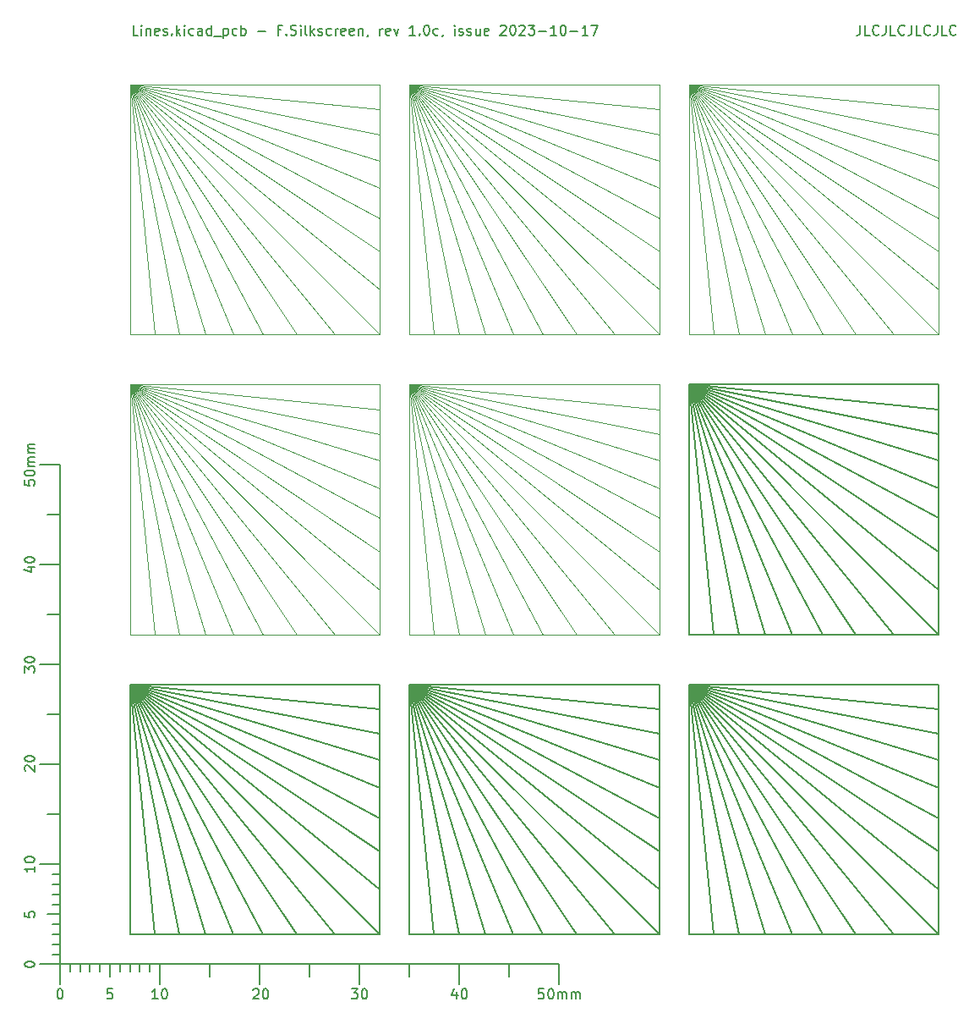
<source format=gto>
G04 #@! TF.GenerationSoftware,KiCad,Pcbnew,7.0.8*
G04 #@! TF.CreationDate,2023-10-17T14:22:15+02:00*
G04 #@! TF.ProjectId,Lines,4c696e65-732e-46b6-9963-61645f706362,1.0c*
G04 #@! TF.SameCoordinates,Original*
G04 #@! TF.FileFunction,Legend,Top*
G04 #@! TF.FilePolarity,Positive*
%FSLAX46Y46*%
G04 Gerber Fmt 4.6, Leading zero omitted, Abs format (unit mm)*
G04 Created by KiCad (PCBNEW 7.0.8) date 2023-10-17 14:22:15*
%MOMM*%
%LPD*%
G01*
G04 APERTURE LIST*
%ADD10C,0.150000*%
%ADD11C,0.100000*%
%ADD12C,0.110000*%
%ADD13C,0.135000*%
%ADD14C,0.190000*%
%ADD15C,0.080000*%
%ADD16C,0.120000*%
%ADD17C,0.090000*%
%ADD18C,0.170000*%
%ADD19C,3.200000*%
G04 APERTURE END LIST*
D10*
X64147969Y-38234819D02*
X63671779Y-38234819D01*
X63671779Y-38234819D02*
X63671779Y-37234819D01*
X64481303Y-38234819D02*
X64481303Y-37568152D01*
X64481303Y-37234819D02*
X64433684Y-37282438D01*
X64433684Y-37282438D02*
X64481303Y-37330057D01*
X64481303Y-37330057D02*
X64528922Y-37282438D01*
X64528922Y-37282438D02*
X64481303Y-37234819D01*
X64481303Y-37234819D02*
X64481303Y-37330057D01*
X64957493Y-37568152D02*
X64957493Y-38234819D01*
X64957493Y-37663390D02*
X65005112Y-37615771D01*
X65005112Y-37615771D02*
X65100350Y-37568152D01*
X65100350Y-37568152D02*
X65243207Y-37568152D01*
X65243207Y-37568152D02*
X65338445Y-37615771D01*
X65338445Y-37615771D02*
X65386064Y-37711009D01*
X65386064Y-37711009D02*
X65386064Y-38234819D01*
X66243207Y-38187200D02*
X66147969Y-38234819D01*
X66147969Y-38234819D02*
X65957493Y-38234819D01*
X65957493Y-38234819D02*
X65862255Y-38187200D01*
X65862255Y-38187200D02*
X65814636Y-38091961D01*
X65814636Y-38091961D02*
X65814636Y-37711009D01*
X65814636Y-37711009D02*
X65862255Y-37615771D01*
X65862255Y-37615771D02*
X65957493Y-37568152D01*
X65957493Y-37568152D02*
X66147969Y-37568152D01*
X66147969Y-37568152D02*
X66243207Y-37615771D01*
X66243207Y-37615771D02*
X66290826Y-37711009D01*
X66290826Y-37711009D02*
X66290826Y-37806247D01*
X66290826Y-37806247D02*
X65814636Y-37901485D01*
X66671779Y-38187200D02*
X66767017Y-38234819D01*
X66767017Y-38234819D02*
X66957493Y-38234819D01*
X66957493Y-38234819D02*
X67052731Y-38187200D01*
X67052731Y-38187200D02*
X67100350Y-38091961D01*
X67100350Y-38091961D02*
X67100350Y-38044342D01*
X67100350Y-38044342D02*
X67052731Y-37949104D01*
X67052731Y-37949104D02*
X66957493Y-37901485D01*
X66957493Y-37901485D02*
X66814636Y-37901485D01*
X66814636Y-37901485D02*
X66719398Y-37853866D01*
X66719398Y-37853866D02*
X66671779Y-37758628D01*
X66671779Y-37758628D02*
X66671779Y-37711009D01*
X66671779Y-37711009D02*
X66719398Y-37615771D01*
X66719398Y-37615771D02*
X66814636Y-37568152D01*
X66814636Y-37568152D02*
X66957493Y-37568152D01*
X66957493Y-37568152D02*
X67052731Y-37615771D01*
X67528922Y-38139580D02*
X67576541Y-38187200D01*
X67576541Y-38187200D02*
X67528922Y-38234819D01*
X67528922Y-38234819D02*
X67481303Y-38187200D01*
X67481303Y-38187200D02*
X67528922Y-38139580D01*
X67528922Y-38139580D02*
X67528922Y-38234819D01*
X68005112Y-38234819D02*
X68005112Y-37234819D01*
X68100350Y-37853866D02*
X68386064Y-38234819D01*
X68386064Y-37568152D02*
X68005112Y-37949104D01*
X68814636Y-38234819D02*
X68814636Y-37568152D01*
X68814636Y-37234819D02*
X68767017Y-37282438D01*
X68767017Y-37282438D02*
X68814636Y-37330057D01*
X68814636Y-37330057D02*
X68862255Y-37282438D01*
X68862255Y-37282438D02*
X68814636Y-37234819D01*
X68814636Y-37234819D02*
X68814636Y-37330057D01*
X69719397Y-38187200D02*
X69624159Y-38234819D01*
X69624159Y-38234819D02*
X69433683Y-38234819D01*
X69433683Y-38234819D02*
X69338445Y-38187200D01*
X69338445Y-38187200D02*
X69290826Y-38139580D01*
X69290826Y-38139580D02*
X69243207Y-38044342D01*
X69243207Y-38044342D02*
X69243207Y-37758628D01*
X69243207Y-37758628D02*
X69290826Y-37663390D01*
X69290826Y-37663390D02*
X69338445Y-37615771D01*
X69338445Y-37615771D02*
X69433683Y-37568152D01*
X69433683Y-37568152D02*
X69624159Y-37568152D01*
X69624159Y-37568152D02*
X69719397Y-37615771D01*
X70576540Y-38234819D02*
X70576540Y-37711009D01*
X70576540Y-37711009D02*
X70528921Y-37615771D01*
X70528921Y-37615771D02*
X70433683Y-37568152D01*
X70433683Y-37568152D02*
X70243207Y-37568152D01*
X70243207Y-37568152D02*
X70147969Y-37615771D01*
X70576540Y-38187200D02*
X70481302Y-38234819D01*
X70481302Y-38234819D02*
X70243207Y-38234819D01*
X70243207Y-38234819D02*
X70147969Y-38187200D01*
X70147969Y-38187200D02*
X70100350Y-38091961D01*
X70100350Y-38091961D02*
X70100350Y-37996723D01*
X70100350Y-37996723D02*
X70147969Y-37901485D01*
X70147969Y-37901485D02*
X70243207Y-37853866D01*
X70243207Y-37853866D02*
X70481302Y-37853866D01*
X70481302Y-37853866D02*
X70576540Y-37806247D01*
X71481302Y-38234819D02*
X71481302Y-37234819D01*
X71481302Y-38187200D02*
X71386064Y-38234819D01*
X71386064Y-38234819D02*
X71195588Y-38234819D01*
X71195588Y-38234819D02*
X71100350Y-38187200D01*
X71100350Y-38187200D02*
X71052731Y-38139580D01*
X71052731Y-38139580D02*
X71005112Y-38044342D01*
X71005112Y-38044342D02*
X71005112Y-37758628D01*
X71005112Y-37758628D02*
X71052731Y-37663390D01*
X71052731Y-37663390D02*
X71100350Y-37615771D01*
X71100350Y-37615771D02*
X71195588Y-37568152D01*
X71195588Y-37568152D02*
X71386064Y-37568152D01*
X71386064Y-37568152D02*
X71481302Y-37615771D01*
X71719398Y-38330057D02*
X72481302Y-38330057D01*
X72719398Y-37568152D02*
X72719398Y-38568152D01*
X72719398Y-37615771D02*
X72814636Y-37568152D01*
X72814636Y-37568152D02*
X73005112Y-37568152D01*
X73005112Y-37568152D02*
X73100350Y-37615771D01*
X73100350Y-37615771D02*
X73147969Y-37663390D01*
X73147969Y-37663390D02*
X73195588Y-37758628D01*
X73195588Y-37758628D02*
X73195588Y-38044342D01*
X73195588Y-38044342D02*
X73147969Y-38139580D01*
X73147969Y-38139580D02*
X73100350Y-38187200D01*
X73100350Y-38187200D02*
X73005112Y-38234819D01*
X73005112Y-38234819D02*
X72814636Y-38234819D01*
X72814636Y-38234819D02*
X72719398Y-38187200D01*
X74052731Y-38187200D02*
X73957493Y-38234819D01*
X73957493Y-38234819D02*
X73767017Y-38234819D01*
X73767017Y-38234819D02*
X73671779Y-38187200D01*
X73671779Y-38187200D02*
X73624160Y-38139580D01*
X73624160Y-38139580D02*
X73576541Y-38044342D01*
X73576541Y-38044342D02*
X73576541Y-37758628D01*
X73576541Y-37758628D02*
X73624160Y-37663390D01*
X73624160Y-37663390D02*
X73671779Y-37615771D01*
X73671779Y-37615771D02*
X73767017Y-37568152D01*
X73767017Y-37568152D02*
X73957493Y-37568152D01*
X73957493Y-37568152D02*
X74052731Y-37615771D01*
X74481303Y-38234819D02*
X74481303Y-37234819D01*
X74481303Y-37615771D02*
X74576541Y-37568152D01*
X74576541Y-37568152D02*
X74767017Y-37568152D01*
X74767017Y-37568152D02*
X74862255Y-37615771D01*
X74862255Y-37615771D02*
X74909874Y-37663390D01*
X74909874Y-37663390D02*
X74957493Y-37758628D01*
X74957493Y-37758628D02*
X74957493Y-38044342D01*
X74957493Y-38044342D02*
X74909874Y-38139580D01*
X74909874Y-38139580D02*
X74862255Y-38187200D01*
X74862255Y-38187200D02*
X74767017Y-38234819D01*
X74767017Y-38234819D02*
X74576541Y-38234819D01*
X74576541Y-38234819D02*
X74481303Y-38187200D01*
X76147970Y-37853866D02*
X76909875Y-37853866D01*
X78481303Y-37711009D02*
X78147970Y-37711009D01*
X78147970Y-38234819D02*
X78147970Y-37234819D01*
X78147970Y-37234819D02*
X78624160Y-37234819D01*
X79005113Y-38139580D02*
X79052732Y-38187200D01*
X79052732Y-38187200D02*
X79005113Y-38234819D01*
X79005113Y-38234819D02*
X78957494Y-38187200D01*
X78957494Y-38187200D02*
X79005113Y-38139580D01*
X79005113Y-38139580D02*
X79005113Y-38234819D01*
X79433684Y-38187200D02*
X79576541Y-38234819D01*
X79576541Y-38234819D02*
X79814636Y-38234819D01*
X79814636Y-38234819D02*
X79909874Y-38187200D01*
X79909874Y-38187200D02*
X79957493Y-38139580D01*
X79957493Y-38139580D02*
X80005112Y-38044342D01*
X80005112Y-38044342D02*
X80005112Y-37949104D01*
X80005112Y-37949104D02*
X79957493Y-37853866D01*
X79957493Y-37853866D02*
X79909874Y-37806247D01*
X79909874Y-37806247D02*
X79814636Y-37758628D01*
X79814636Y-37758628D02*
X79624160Y-37711009D01*
X79624160Y-37711009D02*
X79528922Y-37663390D01*
X79528922Y-37663390D02*
X79481303Y-37615771D01*
X79481303Y-37615771D02*
X79433684Y-37520533D01*
X79433684Y-37520533D02*
X79433684Y-37425295D01*
X79433684Y-37425295D02*
X79481303Y-37330057D01*
X79481303Y-37330057D02*
X79528922Y-37282438D01*
X79528922Y-37282438D02*
X79624160Y-37234819D01*
X79624160Y-37234819D02*
X79862255Y-37234819D01*
X79862255Y-37234819D02*
X80005112Y-37282438D01*
X80433684Y-38234819D02*
X80433684Y-37568152D01*
X80433684Y-37234819D02*
X80386065Y-37282438D01*
X80386065Y-37282438D02*
X80433684Y-37330057D01*
X80433684Y-37330057D02*
X80481303Y-37282438D01*
X80481303Y-37282438D02*
X80433684Y-37234819D01*
X80433684Y-37234819D02*
X80433684Y-37330057D01*
X81052731Y-38234819D02*
X80957493Y-38187200D01*
X80957493Y-38187200D02*
X80909874Y-38091961D01*
X80909874Y-38091961D02*
X80909874Y-37234819D01*
X81433684Y-38234819D02*
X81433684Y-37234819D01*
X81528922Y-37853866D02*
X81814636Y-38234819D01*
X81814636Y-37568152D02*
X81433684Y-37949104D01*
X82195589Y-38187200D02*
X82290827Y-38234819D01*
X82290827Y-38234819D02*
X82481303Y-38234819D01*
X82481303Y-38234819D02*
X82576541Y-38187200D01*
X82576541Y-38187200D02*
X82624160Y-38091961D01*
X82624160Y-38091961D02*
X82624160Y-38044342D01*
X82624160Y-38044342D02*
X82576541Y-37949104D01*
X82576541Y-37949104D02*
X82481303Y-37901485D01*
X82481303Y-37901485D02*
X82338446Y-37901485D01*
X82338446Y-37901485D02*
X82243208Y-37853866D01*
X82243208Y-37853866D02*
X82195589Y-37758628D01*
X82195589Y-37758628D02*
X82195589Y-37711009D01*
X82195589Y-37711009D02*
X82243208Y-37615771D01*
X82243208Y-37615771D02*
X82338446Y-37568152D01*
X82338446Y-37568152D02*
X82481303Y-37568152D01*
X82481303Y-37568152D02*
X82576541Y-37615771D01*
X83481303Y-38187200D02*
X83386065Y-38234819D01*
X83386065Y-38234819D02*
X83195589Y-38234819D01*
X83195589Y-38234819D02*
X83100351Y-38187200D01*
X83100351Y-38187200D02*
X83052732Y-38139580D01*
X83052732Y-38139580D02*
X83005113Y-38044342D01*
X83005113Y-38044342D02*
X83005113Y-37758628D01*
X83005113Y-37758628D02*
X83052732Y-37663390D01*
X83052732Y-37663390D02*
X83100351Y-37615771D01*
X83100351Y-37615771D02*
X83195589Y-37568152D01*
X83195589Y-37568152D02*
X83386065Y-37568152D01*
X83386065Y-37568152D02*
X83481303Y-37615771D01*
X83909875Y-38234819D02*
X83909875Y-37568152D01*
X83909875Y-37758628D02*
X83957494Y-37663390D01*
X83957494Y-37663390D02*
X84005113Y-37615771D01*
X84005113Y-37615771D02*
X84100351Y-37568152D01*
X84100351Y-37568152D02*
X84195589Y-37568152D01*
X84909875Y-38187200D02*
X84814637Y-38234819D01*
X84814637Y-38234819D02*
X84624161Y-38234819D01*
X84624161Y-38234819D02*
X84528923Y-38187200D01*
X84528923Y-38187200D02*
X84481304Y-38091961D01*
X84481304Y-38091961D02*
X84481304Y-37711009D01*
X84481304Y-37711009D02*
X84528923Y-37615771D01*
X84528923Y-37615771D02*
X84624161Y-37568152D01*
X84624161Y-37568152D02*
X84814637Y-37568152D01*
X84814637Y-37568152D02*
X84909875Y-37615771D01*
X84909875Y-37615771D02*
X84957494Y-37711009D01*
X84957494Y-37711009D02*
X84957494Y-37806247D01*
X84957494Y-37806247D02*
X84481304Y-37901485D01*
X85767018Y-38187200D02*
X85671780Y-38234819D01*
X85671780Y-38234819D02*
X85481304Y-38234819D01*
X85481304Y-38234819D02*
X85386066Y-38187200D01*
X85386066Y-38187200D02*
X85338447Y-38091961D01*
X85338447Y-38091961D02*
X85338447Y-37711009D01*
X85338447Y-37711009D02*
X85386066Y-37615771D01*
X85386066Y-37615771D02*
X85481304Y-37568152D01*
X85481304Y-37568152D02*
X85671780Y-37568152D01*
X85671780Y-37568152D02*
X85767018Y-37615771D01*
X85767018Y-37615771D02*
X85814637Y-37711009D01*
X85814637Y-37711009D02*
X85814637Y-37806247D01*
X85814637Y-37806247D02*
X85338447Y-37901485D01*
X86243209Y-37568152D02*
X86243209Y-38234819D01*
X86243209Y-37663390D02*
X86290828Y-37615771D01*
X86290828Y-37615771D02*
X86386066Y-37568152D01*
X86386066Y-37568152D02*
X86528923Y-37568152D01*
X86528923Y-37568152D02*
X86624161Y-37615771D01*
X86624161Y-37615771D02*
X86671780Y-37711009D01*
X86671780Y-37711009D02*
X86671780Y-38234819D01*
X87195590Y-38187200D02*
X87195590Y-38234819D01*
X87195590Y-38234819D02*
X87147971Y-38330057D01*
X87147971Y-38330057D02*
X87100352Y-38377676D01*
X88386066Y-38234819D02*
X88386066Y-37568152D01*
X88386066Y-37758628D02*
X88433685Y-37663390D01*
X88433685Y-37663390D02*
X88481304Y-37615771D01*
X88481304Y-37615771D02*
X88576542Y-37568152D01*
X88576542Y-37568152D02*
X88671780Y-37568152D01*
X89386066Y-38187200D02*
X89290828Y-38234819D01*
X89290828Y-38234819D02*
X89100352Y-38234819D01*
X89100352Y-38234819D02*
X89005114Y-38187200D01*
X89005114Y-38187200D02*
X88957495Y-38091961D01*
X88957495Y-38091961D02*
X88957495Y-37711009D01*
X88957495Y-37711009D02*
X89005114Y-37615771D01*
X89005114Y-37615771D02*
X89100352Y-37568152D01*
X89100352Y-37568152D02*
X89290828Y-37568152D01*
X89290828Y-37568152D02*
X89386066Y-37615771D01*
X89386066Y-37615771D02*
X89433685Y-37711009D01*
X89433685Y-37711009D02*
X89433685Y-37806247D01*
X89433685Y-37806247D02*
X88957495Y-37901485D01*
X89767019Y-37568152D02*
X90005114Y-38234819D01*
X90005114Y-38234819D02*
X90243209Y-37568152D01*
X91909876Y-38234819D02*
X91338448Y-38234819D01*
X91624162Y-38234819D02*
X91624162Y-37234819D01*
X91624162Y-37234819D02*
X91528924Y-37377676D01*
X91528924Y-37377676D02*
X91433686Y-37472914D01*
X91433686Y-37472914D02*
X91338448Y-37520533D01*
X92338448Y-38139580D02*
X92386067Y-38187200D01*
X92386067Y-38187200D02*
X92338448Y-38234819D01*
X92338448Y-38234819D02*
X92290829Y-38187200D01*
X92290829Y-38187200D02*
X92338448Y-38139580D01*
X92338448Y-38139580D02*
X92338448Y-38234819D01*
X93005114Y-37234819D02*
X93100352Y-37234819D01*
X93100352Y-37234819D02*
X93195590Y-37282438D01*
X93195590Y-37282438D02*
X93243209Y-37330057D01*
X93243209Y-37330057D02*
X93290828Y-37425295D01*
X93290828Y-37425295D02*
X93338447Y-37615771D01*
X93338447Y-37615771D02*
X93338447Y-37853866D01*
X93338447Y-37853866D02*
X93290828Y-38044342D01*
X93290828Y-38044342D02*
X93243209Y-38139580D01*
X93243209Y-38139580D02*
X93195590Y-38187200D01*
X93195590Y-38187200D02*
X93100352Y-38234819D01*
X93100352Y-38234819D02*
X93005114Y-38234819D01*
X93005114Y-38234819D02*
X92909876Y-38187200D01*
X92909876Y-38187200D02*
X92862257Y-38139580D01*
X92862257Y-38139580D02*
X92814638Y-38044342D01*
X92814638Y-38044342D02*
X92767019Y-37853866D01*
X92767019Y-37853866D02*
X92767019Y-37615771D01*
X92767019Y-37615771D02*
X92814638Y-37425295D01*
X92814638Y-37425295D02*
X92862257Y-37330057D01*
X92862257Y-37330057D02*
X92909876Y-37282438D01*
X92909876Y-37282438D02*
X93005114Y-37234819D01*
X94195590Y-38187200D02*
X94100352Y-38234819D01*
X94100352Y-38234819D02*
X93909876Y-38234819D01*
X93909876Y-38234819D02*
X93814638Y-38187200D01*
X93814638Y-38187200D02*
X93767019Y-38139580D01*
X93767019Y-38139580D02*
X93719400Y-38044342D01*
X93719400Y-38044342D02*
X93719400Y-37758628D01*
X93719400Y-37758628D02*
X93767019Y-37663390D01*
X93767019Y-37663390D02*
X93814638Y-37615771D01*
X93814638Y-37615771D02*
X93909876Y-37568152D01*
X93909876Y-37568152D02*
X94100352Y-37568152D01*
X94100352Y-37568152D02*
X94195590Y-37615771D01*
X94671781Y-38187200D02*
X94671781Y-38234819D01*
X94671781Y-38234819D02*
X94624162Y-38330057D01*
X94624162Y-38330057D02*
X94576543Y-38377676D01*
X95862257Y-38234819D02*
X95862257Y-37568152D01*
X95862257Y-37234819D02*
X95814638Y-37282438D01*
X95814638Y-37282438D02*
X95862257Y-37330057D01*
X95862257Y-37330057D02*
X95909876Y-37282438D01*
X95909876Y-37282438D02*
X95862257Y-37234819D01*
X95862257Y-37234819D02*
X95862257Y-37330057D01*
X96290828Y-38187200D02*
X96386066Y-38234819D01*
X96386066Y-38234819D02*
X96576542Y-38234819D01*
X96576542Y-38234819D02*
X96671780Y-38187200D01*
X96671780Y-38187200D02*
X96719399Y-38091961D01*
X96719399Y-38091961D02*
X96719399Y-38044342D01*
X96719399Y-38044342D02*
X96671780Y-37949104D01*
X96671780Y-37949104D02*
X96576542Y-37901485D01*
X96576542Y-37901485D02*
X96433685Y-37901485D01*
X96433685Y-37901485D02*
X96338447Y-37853866D01*
X96338447Y-37853866D02*
X96290828Y-37758628D01*
X96290828Y-37758628D02*
X96290828Y-37711009D01*
X96290828Y-37711009D02*
X96338447Y-37615771D01*
X96338447Y-37615771D02*
X96433685Y-37568152D01*
X96433685Y-37568152D02*
X96576542Y-37568152D01*
X96576542Y-37568152D02*
X96671780Y-37615771D01*
X97100352Y-38187200D02*
X97195590Y-38234819D01*
X97195590Y-38234819D02*
X97386066Y-38234819D01*
X97386066Y-38234819D02*
X97481304Y-38187200D01*
X97481304Y-38187200D02*
X97528923Y-38091961D01*
X97528923Y-38091961D02*
X97528923Y-38044342D01*
X97528923Y-38044342D02*
X97481304Y-37949104D01*
X97481304Y-37949104D02*
X97386066Y-37901485D01*
X97386066Y-37901485D02*
X97243209Y-37901485D01*
X97243209Y-37901485D02*
X97147971Y-37853866D01*
X97147971Y-37853866D02*
X97100352Y-37758628D01*
X97100352Y-37758628D02*
X97100352Y-37711009D01*
X97100352Y-37711009D02*
X97147971Y-37615771D01*
X97147971Y-37615771D02*
X97243209Y-37568152D01*
X97243209Y-37568152D02*
X97386066Y-37568152D01*
X97386066Y-37568152D02*
X97481304Y-37615771D01*
X98386066Y-37568152D02*
X98386066Y-38234819D01*
X97957495Y-37568152D02*
X97957495Y-38091961D01*
X97957495Y-38091961D02*
X98005114Y-38187200D01*
X98005114Y-38187200D02*
X98100352Y-38234819D01*
X98100352Y-38234819D02*
X98243209Y-38234819D01*
X98243209Y-38234819D02*
X98338447Y-38187200D01*
X98338447Y-38187200D02*
X98386066Y-38139580D01*
X99243209Y-38187200D02*
X99147971Y-38234819D01*
X99147971Y-38234819D02*
X98957495Y-38234819D01*
X98957495Y-38234819D02*
X98862257Y-38187200D01*
X98862257Y-38187200D02*
X98814638Y-38091961D01*
X98814638Y-38091961D02*
X98814638Y-37711009D01*
X98814638Y-37711009D02*
X98862257Y-37615771D01*
X98862257Y-37615771D02*
X98957495Y-37568152D01*
X98957495Y-37568152D02*
X99147971Y-37568152D01*
X99147971Y-37568152D02*
X99243209Y-37615771D01*
X99243209Y-37615771D02*
X99290828Y-37711009D01*
X99290828Y-37711009D02*
X99290828Y-37806247D01*
X99290828Y-37806247D02*
X98814638Y-37901485D01*
X100433686Y-37330057D02*
X100481305Y-37282438D01*
X100481305Y-37282438D02*
X100576543Y-37234819D01*
X100576543Y-37234819D02*
X100814638Y-37234819D01*
X100814638Y-37234819D02*
X100909876Y-37282438D01*
X100909876Y-37282438D02*
X100957495Y-37330057D01*
X100957495Y-37330057D02*
X101005114Y-37425295D01*
X101005114Y-37425295D02*
X101005114Y-37520533D01*
X101005114Y-37520533D02*
X100957495Y-37663390D01*
X100957495Y-37663390D02*
X100386067Y-38234819D01*
X100386067Y-38234819D02*
X101005114Y-38234819D01*
X101624162Y-37234819D02*
X101719400Y-37234819D01*
X101719400Y-37234819D02*
X101814638Y-37282438D01*
X101814638Y-37282438D02*
X101862257Y-37330057D01*
X101862257Y-37330057D02*
X101909876Y-37425295D01*
X101909876Y-37425295D02*
X101957495Y-37615771D01*
X101957495Y-37615771D02*
X101957495Y-37853866D01*
X101957495Y-37853866D02*
X101909876Y-38044342D01*
X101909876Y-38044342D02*
X101862257Y-38139580D01*
X101862257Y-38139580D02*
X101814638Y-38187200D01*
X101814638Y-38187200D02*
X101719400Y-38234819D01*
X101719400Y-38234819D02*
X101624162Y-38234819D01*
X101624162Y-38234819D02*
X101528924Y-38187200D01*
X101528924Y-38187200D02*
X101481305Y-38139580D01*
X101481305Y-38139580D02*
X101433686Y-38044342D01*
X101433686Y-38044342D02*
X101386067Y-37853866D01*
X101386067Y-37853866D02*
X101386067Y-37615771D01*
X101386067Y-37615771D02*
X101433686Y-37425295D01*
X101433686Y-37425295D02*
X101481305Y-37330057D01*
X101481305Y-37330057D02*
X101528924Y-37282438D01*
X101528924Y-37282438D02*
X101624162Y-37234819D01*
X102338448Y-37330057D02*
X102386067Y-37282438D01*
X102386067Y-37282438D02*
X102481305Y-37234819D01*
X102481305Y-37234819D02*
X102719400Y-37234819D01*
X102719400Y-37234819D02*
X102814638Y-37282438D01*
X102814638Y-37282438D02*
X102862257Y-37330057D01*
X102862257Y-37330057D02*
X102909876Y-37425295D01*
X102909876Y-37425295D02*
X102909876Y-37520533D01*
X102909876Y-37520533D02*
X102862257Y-37663390D01*
X102862257Y-37663390D02*
X102290829Y-38234819D01*
X102290829Y-38234819D02*
X102909876Y-38234819D01*
X103243210Y-37234819D02*
X103862257Y-37234819D01*
X103862257Y-37234819D02*
X103528924Y-37615771D01*
X103528924Y-37615771D02*
X103671781Y-37615771D01*
X103671781Y-37615771D02*
X103767019Y-37663390D01*
X103767019Y-37663390D02*
X103814638Y-37711009D01*
X103814638Y-37711009D02*
X103862257Y-37806247D01*
X103862257Y-37806247D02*
X103862257Y-38044342D01*
X103862257Y-38044342D02*
X103814638Y-38139580D01*
X103814638Y-38139580D02*
X103767019Y-38187200D01*
X103767019Y-38187200D02*
X103671781Y-38234819D01*
X103671781Y-38234819D02*
X103386067Y-38234819D01*
X103386067Y-38234819D02*
X103290829Y-38187200D01*
X103290829Y-38187200D02*
X103243210Y-38139580D01*
X104290829Y-37853866D02*
X105052734Y-37853866D01*
X106052733Y-38234819D02*
X105481305Y-38234819D01*
X105767019Y-38234819D02*
X105767019Y-37234819D01*
X105767019Y-37234819D02*
X105671781Y-37377676D01*
X105671781Y-37377676D02*
X105576543Y-37472914D01*
X105576543Y-37472914D02*
X105481305Y-37520533D01*
X106671781Y-37234819D02*
X106767019Y-37234819D01*
X106767019Y-37234819D02*
X106862257Y-37282438D01*
X106862257Y-37282438D02*
X106909876Y-37330057D01*
X106909876Y-37330057D02*
X106957495Y-37425295D01*
X106957495Y-37425295D02*
X107005114Y-37615771D01*
X107005114Y-37615771D02*
X107005114Y-37853866D01*
X107005114Y-37853866D02*
X106957495Y-38044342D01*
X106957495Y-38044342D02*
X106909876Y-38139580D01*
X106909876Y-38139580D02*
X106862257Y-38187200D01*
X106862257Y-38187200D02*
X106767019Y-38234819D01*
X106767019Y-38234819D02*
X106671781Y-38234819D01*
X106671781Y-38234819D02*
X106576543Y-38187200D01*
X106576543Y-38187200D02*
X106528924Y-38139580D01*
X106528924Y-38139580D02*
X106481305Y-38044342D01*
X106481305Y-38044342D02*
X106433686Y-37853866D01*
X106433686Y-37853866D02*
X106433686Y-37615771D01*
X106433686Y-37615771D02*
X106481305Y-37425295D01*
X106481305Y-37425295D02*
X106528924Y-37330057D01*
X106528924Y-37330057D02*
X106576543Y-37282438D01*
X106576543Y-37282438D02*
X106671781Y-37234819D01*
X107433686Y-37853866D02*
X108195591Y-37853866D01*
X109195590Y-38234819D02*
X108624162Y-38234819D01*
X108909876Y-38234819D02*
X108909876Y-37234819D01*
X108909876Y-37234819D02*
X108814638Y-37377676D01*
X108814638Y-37377676D02*
X108719400Y-37472914D01*
X108719400Y-37472914D02*
X108624162Y-37520533D01*
X109528924Y-37234819D02*
X110195590Y-37234819D01*
X110195590Y-37234819D02*
X109767019Y-38234819D01*
X136474409Y-37234819D02*
X136474409Y-37949104D01*
X136474409Y-37949104D02*
X136426790Y-38091961D01*
X136426790Y-38091961D02*
X136331552Y-38187200D01*
X136331552Y-38187200D02*
X136188695Y-38234819D01*
X136188695Y-38234819D02*
X136093457Y-38234819D01*
X137426790Y-38234819D02*
X136950600Y-38234819D01*
X136950600Y-38234819D02*
X136950600Y-37234819D01*
X138331552Y-38139580D02*
X138283933Y-38187200D01*
X138283933Y-38187200D02*
X138141076Y-38234819D01*
X138141076Y-38234819D02*
X138045838Y-38234819D01*
X138045838Y-38234819D02*
X137902981Y-38187200D01*
X137902981Y-38187200D02*
X137807743Y-38091961D01*
X137807743Y-38091961D02*
X137760124Y-37996723D01*
X137760124Y-37996723D02*
X137712505Y-37806247D01*
X137712505Y-37806247D02*
X137712505Y-37663390D01*
X137712505Y-37663390D02*
X137760124Y-37472914D01*
X137760124Y-37472914D02*
X137807743Y-37377676D01*
X137807743Y-37377676D02*
X137902981Y-37282438D01*
X137902981Y-37282438D02*
X138045838Y-37234819D01*
X138045838Y-37234819D02*
X138141076Y-37234819D01*
X138141076Y-37234819D02*
X138283933Y-37282438D01*
X138283933Y-37282438D02*
X138331552Y-37330057D01*
X139045838Y-37234819D02*
X139045838Y-37949104D01*
X139045838Y-37949104D02*
X138998219Y-38091961D01*
X138998219Y-38091961D02*
X138902981Y-38187200D01*
X138902981Y-38187200D02*
X138760124Y-38234819D01*
X138760124Y-38234819D02*
X138664886Y-38234819D01*
X139998219Y-38234819D02*
X139522029Y-38234819D01*
X139522029Y-38234819D02*
X139522029Y-37234819D01*
X140902981Y-38139580D02*
X140855362Y-38187200D01*
X140855362Y-38187200D02*
X140712505Y-38234819D01*
X140712505Y-38234819D02*
X140617267Y-38234819D01*
X140617267Y-38234819D02*
X140474410Y-38187200D01*
X140474410Y-38187200D02*
X140379172Y-38091961D01*
X140379172Y-38091961D02*
X140331553Y-37996723D01*
X140331553Y-37996723D02*
X140283934Y-37806247D01*
X140283934Y-37806247D02*
X140283934Y-37663390D01*
X140283934Y-37663390D02*
X140331553Y-37472914D01*
X140331553Y-37472914D02*
X140379172Y-37377676D01*
X140379172Y-37377676D02*
X140474410Y-37282438D01*
X140474410Y-37282438D02*
X140617267Y-37234819D01*
X140617267Y-37234819D02*
X140712505Y-37234819D01*
X140712505Y-37234819D02*
X140855362Y-37282438D01*
X140855362Y-37282438D02*
X140902981Y-37330057D01*
X141617267Y-37234819D02*
X141617267Y-37949104D01*
X141617267Y-37949104D02*
X141569648Y-38091961D01*
X141569648Y-38091961D02*
X141474410Y-38187200D01*
X141474410Y-38187200D02*
X141331553Y-38234819D01*
X141331553Y-38234819D02*
X141236315Y-38234819D01*
X142569648Y-38234819D02*
X142093458Y-38234819D01*
X142093458Y-38234819D02*
X142093458Y-37234819D01*
X143474410Y-38139580D02*
X143426791Y-38187200D01*
X143426791Y-38187200D02*
X143283934Y-38234819D01*
X143283934Y-38234819D02*
X143188696Y-38234819D01*
X143188696Y-38234819D02*
X143045839Y-38187200D01*
X143045839Y-38187200D02*
X142950601Y-38091961D01*
X142950601Y-38091961D02*
X142902982Y-37996723D01*
X142902982Y-37996723D02*
X142855363Y-37806247D01*
X142855363Y-37806247D02*
X142855363Y-37663390D01*
X142855363Y-37663390D02*
X142902982Y-37472914D01*
X142902982Y-37472914D02*
X142950601Y-37377676D01*
X142950601Y-37377676D02*
X143045839Y-37282438D01*
X143045839Y-37282438D02*
X143188696Y-37234819D01*
X143188696Y-37234819D02*
X143283934Y-37234819D01*
X143283934Y-37234819D02*
X143426791Y-37282438D01*
X143426791Y-37282438D02*
X143474410Y-37330057D01*
X144188696Y-37234819D02*
X144188696Y-37949104D01*
X144188696Y-37949104D02*
X144141077Y-38091961D01*
X144141077Y-38091961D02*
X144045839Y-38187200D01*
X144045839Y-38187200D02*
X143902982Y-38234819D01*
X143902982Y-38234819D02*
X143807744Y-38234819D01*
X145141077Y-38234819D02*
X144664887Y-38234819D01*
X144664887Y-38234819D02*
X144664887Y-37234819D01*
X146045839Y-38139580D02*
X145998220Y-38187200D01*
X145998220Y-38187200D02*
X145855363Y-38234819D01*
X145855363Y-38234819D02*
X145760125Y-38234819D01*
X145760125Y-38234819D02*
X145617268Y-38187200D01*
X145617268Y-38187200D02*
X145522030Y-38091961D01*
X145522030Y-38091961D02*
X145474411Y-37996723D01*
X145474411Y-37996723D02*
X145426792Y-37806247D01*
X145426792Y-37806247D02*
X145426792Y-37663390D01*
X145426792Y-37663390D02*
X145474411Y-37472914D01*
X145474411Y-37472914D02*
X145522030Y-37377676D01*
X145522030Y-37377676D02*
X145617268Y-37282438D01*
X145617268Y-37282438D02*
X145760125Y-37234819D01*
X145760125Y-37234819D02*
X145855363Y-37234819D01*
X145855363Y-37234819D02*
X145998220Y-37282438D01*
X145998220Y-37282438D02*
X146045839Y-37330057D01*
X52789819Y-102002043D02*
X52789819Y-101382996D01*
X52789819Y-101382996D02*
X53170771Y-101716329D01*
X53170771Y-101716329D02*
X53170771Y-101573472D01*
X53170771Y-101573472D02*
X53218390Y-101478234D01*
X53218390Y-101478234D02*
X53266009Y-101430615D01*
X53266009Y-101430615D02*
X53361247Y-101382996D01*
X53361247Y-101382996D02*
X53599342Y-101382996D01*
X53599342Y-101382996D02*
X53694580Y-101430615D01*
X53694580Y-101430615D02*
X53742200Y-101478234D01*
X53742200Y-101478234D02*
X53789819Y-101573472D01*
X53789819Y-101573472D02*
X53789819Y-101859186D01*
X53789819Y-101859186D02*
X53742200Y-101954424D01*
X53742200Y-101954424D02*
X53694580Y-102002043D01*
X52789819Y-100763948D02*
X52789819Y-100668710D01*
X52789819Y-100668710D02*
X52837438Y-100573472D01*
X52837438Y-100573472D02*
X52885057Y-100525853D01*
X52885057Y-100525853D02*
X52980295Y-100478234D01*
X52980295Y-100478234D02*
X53170771Y-100430615D01*
X53170771Y-100430615D02*
X53408866Y-100430615D01*
X53408866Y-100430615D02*
X53599342Y-100478234D01*
X53599342Y-100478234D02*
X53694580Y-100525853D01*
X53694580Y-100525853D02*
X53742200Y-100573472D01*
X53742200Y-100573472D02*
X53789819Y-100668710D01*
X53789819Y-100668710D02*
X53789819Y-100763948D01*
X53789819Y-100763948D02*
X53742200Y-100859186D01*
X53742200Y-100859186D02*
X53694580Y-100906805D01*
X53694580Y-100906805D02*
X53599342Y-100954424D01*
X53599342Y-100954424D02*
X53408866Y-101002043D01*
X53408866Y-101002043D02*
X53170771Y-101002043D01*
X53170771Y-101002043D02*
X52980295Y-100954424D01*
X52980295Y-100954424D02*
X52885057Y-100906805D01*
X52885057Y-100906805D02*
X52837438Y-100859186D01*
X52837438Y-100859186D02*
X52789819Y-100763948D01*
X61573095Y-133649819D02*
X61096905Y-133649819D01*
X61096905Y-133649819D02*
X61049286Y-134126009D01*
X61049286Y-134126009D02*
X61096905Y-134078390D01*
X61096905Y-134078390D02*
X61192143Y-134030771D01*
X61192143Y-134030771D02*
X61430238Y-134030771D01*
X61430238Y-134030771D02*
X61525476Y-134078390D01*
X61525476Y-134078390D02*
X61573095Y-134126009D01*
X61573095Y-134126009D02*
X61620714Y-134221247D01*
X61620714Y-134221247D02*
X61620714Y-134459342D01*
X61620714Y-134459342D02*
X61573095Y-134554580D01*
X61573095Y-134554580D02*
X61525476Y-134602200D01*
X61525476Y-134602200D02*
X61430238Y-134649819D01*
X61430238Y-134649819D02*
X61192143Y-134649819D01*
X61192143Y-134649819D02*
X61096905Y-134602200D01*
X61096905Y-134602200D02*
X61049286Y-134554580D01*
X56287381Y-133649819D02*
X56382619Y-133649819D01*
X56382619Y-133649819D02*
X56477857Y-133697438D01*
X56477857Y-133697438D02*
X56525476Y-133745057D01*
X56525476Y-133745057D02*
X56573095Y-133840295D01*
X56573095Y-133840295D02*
X56620714Y-134030771D01*
X56620714Y-134030771D02*
X56620714Y-134268866D01*
X56620714Y-134268866D02*
X56573095Y-134459342D01*
X56573095Y-134459342D02*
X56525476Y-134554580D01*
X56525476Y-134554580D02*
X56477857Y-134602200D01*
X56477857Y-134602200D02*
X56382619Y-134649819D01*
X56382619Y-134649819D02*
X56287381Y-134649819D01*
X56287381Y-134649819D02*
X56192143Y-134602200D01*
X56192143Y-134602200D02*
X56144524Y-134554580D01*
X56144524Y-134554580D02*
X56096905Y-134459342D01*
X56096905Y-134459342D02*
X56049286Y-134268866D01*
X56049286Y-134268866D02*
X56049286Y-134030771D01*
X56049286Y-134030771D02*
X56096905Y-133840295D01*
X56096905Y-133840295D02*
X56144524Y-133745057D01*
X56144524Y-133745057D02*
X56192143Y-133697438D01*
X56192143Y-133697438D02*
X56287381Y-133649819D01*
X53789819Y-121382956D02*
X53789819Y-121954384D01*
X53789819Y-121668670D02*
X52789819Y-121668670D01*
X52789819Y-121668670D02*
X52932676Y-121763908D01*
X52932676Y-121763908D02*
X53027914Y-121859146D01*
X53027914Y-121859146D02*
X53075533Y-121954384D01*
X52789819Y-120763908D02*
X52789819Y-120668670D01*
X52789819Y-120668670D02*
X52837438Y-120573432D01*
X52837438Y-120573432D02*
X52885057Y-120525813D01*
X52885057Y-120525813D02*
X52980295Y-120478194D01*
X52980295Y-120478194D02*
X53170771Y-120430575D01*
X53170771Y-120430575D02*
X53408866Y-120430575D01*
X53408866Y-120430575D02*
X53599342Y-120478194D01*
X53599342Y-120478194D02*
X53694580Y-120525813D01*
X53694580Y-120525813D02*
X53742200Y-120573432D01*
X53742200Y-120573432D02*
X53789819Y-120668670D01*
X53789819Y-120668670D02*
X53789819Y-120763908D01*
X53789819Y-120763908D02*
X53742200Y-120859146D01*
X53742200Y-120859146D02*
X53694580Y-120906765D01*
X53694580Y-120906765D02*
X53599342Y-120954384D01*
X53599342Y-120954384D02*
X53408866Y-121002003D01*
X53408866Y-121002003D02*
X53170771Y-121002003D01*
X53170771Y-121002003D02*
X52980295Y-120954384D01*
X52980295Y-120954384D02*
X52885057Y-120906765D01*
X52885057Y-120906765D02*
X52837438Y-120859146D01*
X52837438Y-120859146D02*
X52789819Y-120763908D01*
X53123152Y-91478254D02*
X53789819Y-91478254D01*
X52742200Y-91716349D02*
X53456485Y-91954444D01*
X53456485Y-91954444D02*
X53456485Y-91335397D01*
X52789819Y-90763968D02*
X52789819Y-90668730D01*
X52789819Y-90668730D02*
X52837438Y-90573492D01*
X52837438Y-90573492D02*
X52885057Y-90525873D01*
X52885057Y-90525873D02*
X52980295Y-90478254D01*
X52980295Y-90478254D02*
X53170771Y-90430635D01*
X53170771Y-90430635D02*
X53408866Y-90430635D01*
X53408866Y-90430635D02*
X53599342Y-90478254D01*
X53599342Y-90478254D02*
X53694580Y-90525873D01*
X53694580Y-90525873D02*
X53742200Y-90573492D01*
X53742200Y-90573492D02*
X53789819Y-90668730D01*
X53789819Y-90668730D02*
X53789819Y-90763968D01*
X53789819Y-90763968D02*
X53742200Y-90859206D01*
X53742200Y-90859206D02*
X53694580Y-90906825D01*
X53694580Y-90906825D02*
X53599342Y-90954444D01*
X53599342Y-90954444D02*
X53408866Y-91002063D01*
X53408866Y-91002063D02*
X53170771Y-91002063D01*
X53170771Y-91002063D02*
X52980295Y-90954444D01*
X52980295Y-90954444D02*
X52885057Y-90906825D01*
X52885057Y-90906825D02*
X52837438Y-90859206D01*
X52837438Y-90859206D02*
X52789819Y-90763968D01*
X52885057Y-111855344D02*
X52837438Y-111807725D01*
X52837438Y-111807725D02*
X52789819Y-111712487D01*
X52789819Y-111712487D02*
X52789819Y-111474392D01*
X52789819Y-111474392D02*
X52837438Y-111379154D01*
X52837438Y-111379154D02*
X52885057Y-111331535D01*
X52885057Y-111331535D02*
X52980295Y-111283916D01*
X52980295Y-111283916D02*
X53075533Y-111283916D01*
X53075533Y-111283916D02*
X53218390Y-111331535D01*
X53218390Y-111331535D02*
X53789819Y-111902963D01*
X53789819Y-111902963D02*
X53789819Y-111283916D01*
X52789819Y-110664868D02*
X52789819Y-110569630D01*
X52789819Y-110569630D02*
X52837438Y-110474392D01*
X52837438Y-110474392D02*
X52885057Y-110426773D01*
X52885057Y-110426773D02*
X52980295Y-110379154D01*
X52980295Y-110379154D02*
X53170771Y-110331535D01*
X53170771Y-110331535D02*
X53408866Y-110331535D01*
X53408866Y-110331535D02*
X53599342Y-110379154D01*
X53599342Y-110379154D02*
X53694580Y-110426773D01*
X53694580Y-110426773D02*
X53742200Y-110474392D01*
X53742200Y-110474392D02*
X53789819Y-110569630D01*
X53789819Y-110569630D02*
X53789819Y-110664868D01*
X53789819Y-110664868D02*
X53742200Y-110760106D01*
X53742200Y-110760106D02*
X53694580Y-110807725D01*
X53694580Y-110807725D02*
X53599342Y-110855344D01*
X53599342Y-110855344D02*
X53408866Y-110902963D01*
X53408866Y-110902963D02*
X53170771Y-110902963D01*
X53170771Y-110902963D02*
X52980295Y-110855344D01*
X52980295Y-110855344D02*
X52885057Y-110807725D01*
X52885057Y-110807725D02*
X52837438Y-110760106D01*
X52837438Y-110760106D02*
X52789819Y-110664868D01*
X104763471Y-133649819D02*
X104287281Y-133649819D01*
X104287281Y-133649819D02*
X104239662Y-134126009D01*
X104239662Y-134126009D02*
X104287281Y-134078390D01*
X104287281Y-134078390D02*
X104382519Y-134030771D01*
X104382519Y-134030771D02*
X104620614Y-134030771D01*
X104620614Y-134030771D02*
X104715852Y-134078390D01*
X104715852Y-134078390D02*
X104763471Y-134126009D01*
X104763471Y-134126009D02*
X104811090Y-134221247D01*
X104811090Y-134221247D02*
X104811090Y-134459342D01*
X104811090Y-134459342D02*
X104763471Y-134554580D01*
X104763471Y-134554580D02*
X104715852Y-134602200D01*
X104715852Y-134602200D02*
X104620614Y-134649819D01*
X104620614Y-134649819D02*
X104382519Y-134649819D01*
X104382519Y-134649819D02*
X104287281Y-134602200D01*
X104287281Y-134602200D02*
X104239662Y-134554580D01*
X105430138Y-133649819D02*
X105525376Y-133649819D01*
X105525376Y-133649819D02*
X105620614Y-133697438D01*
X105620614Y-133697438D02*
X105668233Y-133745057D01*
X105668233Y-133745057D02*
X105715852Y-133840295D01*
X105715852Y-133840295D02*
X105763471Y-134030771D01*
X105763471Y-134030771D02*
X105763471Y-134268866D01*
X105763471Y-134268866D02*
X105715852Y-134459342D01*
X105715852Y-134459342D02*
X105668233Y-134554580D01*
X105668233Y-134554580D02*
X105620614Y-134602200D01*
X105620614Y-134602200D02*
X105525376Y-134649819D01*
X105525376Y-134649819D02*
X105430138Y-134649819D01*
X105430138Y-134649819D02*
X105334900Y-134602200D01*
X105334900Y-134602200D02*
X105287281Y-134554580D01*
X105287281Y-134554580D02*
X105239662Y-134459342D01*
X105239662Y-134459342D02*
X105192043Y-134268866D01*
X105192043Y-134268866D02*
X105192043Y-134030771D01*
X105192043Y-134030771D02*
X105239662Y-133840295D01*
X105239662Y-133840295D02*
X105287281Y-133745057D01*
X105287281Y-133745057D02*
X105334900Y-133697438D01*
X105334900Y-133697438D02*
X105430138Y-133649819D01*
X106192043Y-134649819D02*
X106192043Y-133983152D01*
X106192043Y-134078390D02*
X106239662Y-134030771D01*
X106239662Y-134030771D02*
X106334900Y-133983152D01*
X106334900Y-133983152D02*
X106477757Y-133983152D01*
X106477757Y-133983152D02*
X106572995Y-134030771D01*
X106572995Y-134030771D02*
X106620614Y-134126009D01*
X106620614Y-134126009D02*
X106620614Y-134649819D01*
X106620614Y-134126009D02*
X106668233Y-134030771D01*
X106668233Y-134030771D02*
X106763471Y-133983152D01*
X106763471Y-133983152D02*
X106906328Y-133983152D01*
X106906328Y-133983152D02*
X107001567Y-134030771D01*
X107001567Y-134030771D02*
X107049186Y-134126009D01*
X107049186Y-134126009D02*
X107049186Y-134649819D01*
X107525376Y-134649819D02*
X107525376Y-133983152D01*
X107525376Y-134078390D02*
X107572995Y-134030771D01*
X107572995Y-134030771D02*
X107668233Y-133983152D01*
X107668233Y-133983152D02*
X107811090Y-133983152D01*
X107811090Y-133983152D02*
X107906328Y-134030771D01*
X107906328Y-134030771D02*
X107953947Y-134126009D01*
X107953947Y-134126009D02*
X107953947Y-134649819D01*
X107953947Y-134126009D02*
X108001566Y-134030771D01*
X108001566Y-134030771D02*
X108096804Y-133983152D01*
X108096804Y-133983152D02*
X108239661Y-133983152D01*
X108239661Y-133983152D02*
X108334900Y-134030771D01*
X108334900Y-134030771D02*
X108382519Y-134126009D01*
X108382519Y-134126009D02*
X108382519Y-134649819D01*
X85525416Y-133649819D02*
X86144463Y-133649819D01*
X86144463Y-133649819D02*
X85811130Y-134030771D01*
X85811130Y-134030771D02*
X85953987Y-134030771D01*
X85953987Y-134030771D02*
X86049225Y-134078390D01*
X86049225Y-134078390D02*
X86096844Y-134126009D01*
X86096844Y-134126009D02*
X86144463Y-134221247D01*
X86144463Y-134221247D02*
X86144463Y-134459342D01*
X86144463Y-134459342D02*
X86096844Y-134554580D01*
X86096844Y-134554580D02*
X86049225Y-134602200D01*
X86049225Y-134602200D02*
X85953987Y-134649819D01*
X85953987Y-134649819D02*
X85668273Y-134649819D01*
X85668273Y-134649819D02*
X85573035Y-134602200D01*
X85573035Y-134602200D02*
X85525416Y-134554580D01*
X86763511Y-133649819D02*
X86858749Y-133649819D01*
X86858749Y-133649819D02*
X86953987Y-133697438D01*
X86953987Y-133697438D02*
X87001606Y-133745057D01*
X87001606Y-133745057D02*
X87049225Y-133840295D01*
X87049225Y-133840295D02*
X87096844Y-134030771D01*
X87096844Y-134030771D02*
X87096844Y-134268866D01*
X87096844Y-134268866D02*
X87049225Y-134459342D01*
X87049225Y-134459342D02*
X87001606Y-134554580D01*
X87001606Y-134554580D02*
X86953987Y-134602200D01*
X86953987Y-134602200D02*
X86858749Y-134649819D01*
X86858749Y-134649819D02*
X86763511Y-134649819D01*
X86763511Y-134649819D02*
X86668273Y-134602200D01*
X86668273Y-134602200D02*
X86620654Y-134554580D01*
X86620654Y-134554580D02*
X86573035Y-134459342D01*
X86573035Y-134459342D02*
X86525416Y-134268866D01*
X86525416Y-134268866D02*
X86525416Y-134030771D01*
X86525416Y-134030771D02*
X86573035Y-133840295D01*
X86573035Y-133840295D02*
X86620654Y-133745057D01*
X86620654Y-133745057D02*
X86668273Y-133697438D01*
X86668273Y-133697438D02*
X86763511Y-133649819D01*
X96049205Y-133983152D02*
X96049205Y-134649819D01*
X95811110Y-133602200D02*
X95573015Y-134316485D01*
X95573015Y-134316485D02*
X96192062Y-134316485D01*
X96763491Y-133649819D02*
X96858729Y-133649819D01*
X96858729Y-133649819D02*
X96953967Y-133697438D01*
X96953967Y-133697438D02*
X97001586Y-133745057D01*
X97001586Y-133745057D02*
X97049205Y-133840295D01*
X97049205Y-133840295D02*
X97096824Y-134030771D01*
X97096824Y-134030771D02*
X97096824Y-134268866D01*
X97096824Y-134268866D02*
X97049205Y-134459342D01*
X97049205Y-134459342D02*
X97001586Y-134554580D01*
X97001586Y-134554580D02*
X96953967Y-134602200D01*
X96953967Y-134602200D02*
X96858729Y-134649819D01*
X96858729Y-134649819D02*
X96763491Y-134649819D01*
X96763491Y-134649819D02*
X96668253Y-134602200D01*
X96668253Y-134602200D02*
X96620634Y-134554580D01*
X96620634Y-134554580D02*
X96573015Y-134459342D01*
X96573015Y-134459342D02*
X96525396Y-134268866D01*
X96525396Y-134268866D02*
X96525396Y-134030771D01*
X96525396Y-134030771D02*
X96573015Y-133840295D01*
X96573015Y-133840295D02*
X96620634Y-133745057D01*
X96620634Y-133745057D02*
X96668253Y-133697438D01*
X96668253Y-133697438D02*
X96763491Y-133649819D01*
X75672115Y-133745057D02*
X75719734Y-133697438D01*
X75719734Y-133697438D02*
X75814972Y-133649819D01*
X75814972Y-133649819D02*
X76053067Y-133649819D01*
X76053067Y-133649819D02*
X76148305Y-133697438D01*
X76148305Y-133697438D02*
X76195924Y-133745057D01*
X76195924Y-133745057D02*
X76243543Y-133840295D01*
X76243543Y-133840295D02*
X76243543Y-133935533D01*
X76243543Y-133935533D02*
X76195924Y-134078390D01*
X76195924Y-134078390D02*
X75624496Y-134649819D01*
X75624496Y-134649819D02*
X76243543Y-134649819D01*
X76862591Y-133649819D02*
X76957829Y-133649819D01*
X76957829Y-133649819D02*
X77053067Y-133697438D01*
X77053067Y-133697438D02*
X77100686Y-133745057D01*
X77100686Y-133745057D02*
X77148305Y-133840295D01*
X77148305Y-133840295D02*
X77195924Y-134030771D01*
X77195924Y-134030771D02*
X77195924Y-134268866D01*
X77195924Y-134268866D02*
X77148305Y-134459342D01*
X77148305Y-134459342D02*
X77100686Y-134554580D01*
X77100686Y-134554580D02*
X77053067Y-134602200D01*
X77053067Y-134602200D02*
X76957829Y-134649819D01*
X76957829Y-134649819D02*
X76862591Y-134649819D01*
X76862591Y-134649819D02*
X76767353Y-134602200D01*
X76767353Y-134602200D02*
X76719734Y-134554580D01*
X76719734Y-134554580D02*
X76672115Y-134459342D01*
X76672115Y-134459342D02*
X76624496Y-134268866D01*
X76624496Y-134268866D02*
X76624496Y-134030771D01*
X76624496Y-134030771D02*
X76672115Y-133840295D01*
X76672115Y-133840295D02*
X76719734Y-133745057D01*
X76719734Y-133745057D02*
X76767353Y-133697438D01*
X76767353Y-133697438D02*
X76862591Y-133649819D01*
X52789819Y-125955644D02*
X52789819Y-126431834D01*
X52789819Y-126431834D02*
X53266009Y-126479453D01*
X53266009Y-126479453D02*
X53218390Y-126431834D01*
X53218390Y-126431834D02*
X53170771Y-126336596D01*
X53170771Y-126336596D02*
X53170771Y-126098501D01*
X53170771Y-126098501D02*
X53218390Y-126003263D01*
X53218390Y-126003263D02*
X53266009Y-125955644D01*
X53266009Y-125955644D02*
X53361247Y-125908025D01*
X53361247Y-125908025D02*
X53599342Y-125908025D01*
X53599342Y-125908025D02*
X53694580Y-125955644D01*
X53694580Y-125955644D02*
X53742200Y-126003263D01*
X53742200Y-126003263D02*
X53789819Y-126098501D01*
X53789819Y-126098501D02*
X53789819Y-126336596D01*
X53789819Y-126336596D02*
X53742200Y-126431834D01*
X53742200Y-126431834D02*
X53694580Y-126479453D01*
X66144523Y-134649819D02*
X65573095Y-134649819D01*
X65858809Y-134649819D02*
X65858809Y-133649819D01*
X65858809Y-133649819D02*
X65763571Y-133792676D01*
X65763571Y-133792676D02*
X65668333Y-133887914D01*
X65668333Y-133887914D02*
X65573095Y-133935533D01*
X66763571Y-133649819D02*
X66858809Y-133649819D01*
X66858809Y-133649819D02*
X66954047Y-133697438D01*
X66954047Y-133697438D02*
X67001666Y-133745057D01*
X67001666Y-133745057D02*
X67049285Y-133840295D01*
X67049285Y-133840295D02*
X67096904Y-134030771D01*
X67096904Y-134030771D02*
X67096904Y-134268866D01*
X67096904Y-134268866D02*
X67049285Y-134459342D01*
X67049285Y-134459342D02*
X67001666Y-134554580D01*
X67001666Y-134554580D02*
X66954047Y-134602200D01*
X66954047Y-134602200D02*
X66858809Y-134649819D01*
X66858809Y-134649819D02*
X66763571Y-134649819D01*
X66763571Y-134649819D02*
X66668333Y-134602200D01*
X66668333Y-134602200D02*
X66620714Y-134554580D01*
X66620714Y-134554580D02*
X66573095Y-134459342D01*
X66573095Y-134459342D02*
X66525476Y-134268866D01*
X66525476Y-134268866D02*
X66525476Y-134030771D01*
X66525476Y-134030771D02*
X66573095Y-133840295D01*
X66573095Y-133840295D02*
X66620714Y-133745057D01*
X66620714Y-133745057D02*
X66668333Y-133697438D01*
X66668333Y-133697438D02*
X66763571Y-133649819D01*
X52789819Y-82763988D02*
X52789819Y-83240178D01*
X52789819Y-83240178D02*
X53266009Y-83287797D01*
X53266009Y-83287797D02*
X53218390Y-83240178D01*
X53218390Y-83240178D02*
X53170771Y-83144940D01*
X53170771Y-83144940D02*
X53170771Y-82906845D01*
X53170771Y-82906845D02*
X53218390Y-82811607D01*
X53218390Y-82811607D02*
X53266009Y-82763988D01*
X53266009Y-82763988D02*
X53361247Y-82716369D01*
X53361247Y-82716369D02*
X53599342Y-82716369D01*
X53599342Y-82716369D02*
X53694580Y-82763988D01*
X53694580Y-82763988D02*
X53742200Y-82811607D01*
X53742200Y-82811607D02*
X53789819Y-82906845D01*
X53789819Y-82906845D02*
X53789819Y-83144940D01*
X53789819Y-83144940D02*
X53742200Y-83240178D01*
X53742200Y-83240178D02*
X53694580Y-83287797D01*
X52789819Y-82097321D02*
X52789819Y-82002083D01*
X52789819Y-82002083D02*
X52837438Y-81906845D01*
X52837438Y-81906845D02*
X52885057Y-81859226D01*
X52885057Y-81859226D02*
X52980295Y-81811607D01*
X52980295Y-81811607D02*
X53170771Y-81763988D01*
X53170771Y-81763988D02*
X53408866Y-81763988D01*
X53408866Y-81763988D02*
X53599342Y-81811607D01*
X53599342Y-81811607D02*
X53694580Y-81859226D01*
X53694580Y-81859226D02*
X53742200Y-81906845D01*
X53742200Y-81906845D02*
X53789819Y-82002083D01*
X53789819Y-82002083D02*
X53789819Y-82097321D01*
X53789819Y-82097321D02*
X53742200Y-82192559D01*
X53742200Y-82192559D02*
X53694580Y-82240178D01*
X53694580Y-82240178D02*
X53599342Y-82287797D01*
X53599342Y-82287797D02*
X53408866Y-82335416D01*
X53408866Y-82335416D02*
X53170771Y-82335416D01*
X53170771Y-82335416D02*
X52980295Y-82287797D01*
X52980295Y-82287797D02*
X52885057Y-82240178D01*
X52885057Y-82240178D02*
X52837438Y-82192559D01*
X52837438Y-82192559D02*
X52789819Y-82097321D01*
X53789819Y-81335416D02*
X53123152Y-81335416D01*
X53218390Y-81335416D02*
X53170771Y-81287797D01*
X53170771Y-81287797D02*
X53123152Y-81192559D01*
X53123152Y-81192559D02*
X53123152Y-81049702D01*
X53123152Y-81049702D02*
X53170771Y-80954464D01*
X53170771Y-80954464D02*
X53266009Y-80906845D01*
X53266009Y-80906845D02*
X53789819Y-80906845D01*
X53266009Y-80906845D02*
X53170771Y-80859226D01*
X53170771Y-80859226D02*
X53123152Y-80763988D01*
X53123152Y-80763988D02*
X53123152Y-80621131D01*
X53123152Y-80621131D02*
X53170771Y-80525892D01*
X53170771Y-80525892D02*
X53266009Y-80478273D01*
X53266009Y-80478273D02*
X53789819Y-80478273D01*
X53789819Y-80002083D02*
X53123152Y-80002083D01*
X53218390Y-80002083D02*
X53170771Y-79954464D01*
X53170771Y-79954464D02*
X53123152Y-79859226D01*
X53123152Y-79859226D02*
X53123152Y-79716369D01*
X53123152Y-79716369D02*
X53170771Y-79621131D01*
X53170771Y-79621131D02*
X53266009Y-79573512D01*
X53266009Y-79573512D02*
X53789819Y-79573512D01*
X53266009Y-79573512D02*
X53170771Y-79525893D01*
X53170771Y-79525893D02*
X53123152Y-79430655D01*
X53123152Y-79430655D02*
X53123152Y-79287798D01*
X53123152Y-79287798D02*
X53170771Y-79192559D01*
X53170771Y-79192559D02*
X53266009Y-79144940D01*
X53266009Y-79144940D02*
X53789819Y-79144940D01*
X52789819Y-131240078D02*
X52789819Y-131144840D01*
X52789819Y-131144840D02*
X52837438Y-131049602D01*
X52837438Y-131049602D02*
X52885057Y-131001983D01*
X52885057Y-131001983D02*
X52980295Y-130954364D01*
X52980295Y-130954364D02*
X53170771Y-130906745D01*
X53170771Y-130906745D02*
X53408866Y-130906745D01*
X53408866Y-130906745D02*
X53599342Y-130954364D01*
X53599342Y-130954364D02*
X53694580Y-131001983D01*
X53694580Y-131001983D02*
X53742200Y-131049602D01*
X53742200Y-131049602D02*
X53789819Y-131144840D01*
X53789819Y-131144840D02*
X53789819Y-131240078D01*
X53789819Y-131240078D02*
X53742200Y-131335316D01*
X53742200Y-131335316D02*
X53694580Y-131382935D01*
X53694580Y-131382935D02*
X53599342Y-131430554D01*
X53599342Y-131430554D02*
X53408866Y-131478173D01*
X53408866Y-131478173D02*
X53170771Y-131478173D01*
X53170771Y-131478173D02*
X52980295Y-131430554D01*
X52980295Y-131430554D02*
X52885057Y-131382935D01*
X52885057Y-131382935D02*
X52837438Y-131335316D01*
X52837438Y-131335316D02*
X52789819Y-131240078D01*
X56335000Y-81195100D02*
X54336020Y-81195100D01*
X56335000Y-86193820D02*
X55085000Y-86193820D01*
X56335000Y-91195080D02*
X54336020Y-91195080D01*
X56335000Y-96193800D02*
X55085000Y-96193800D01*
X56335000Y-101195060D02*
X54336020Y-101195060D01*
X56335000Y-106193780D02*
X55085000Y-106193780D01*
X56335000Y-111195040D02*
X54336020Y-111195040D01*
X56335000Y-116193760D02*
X55085000Y-116193760D01*
X56335000Y-121195020D02*
X54336020Y-121195020D01*
X56335000Y-122195780D02*
X55585000Y-122195000D01*
X56335000Y-123194000D02*
X55585000Y-123194000D01*
X56335000Y-124194760D02*
X55585000Y-124194760D01*
X56335000Y-125195520D02*
X55585000Y-125195000D01*
X56335000Y-126193740D02*
X55085000Y-126193740D01*
X56335000Y-127194500D02*
X55585000Y-127194500D01*
X56335000Y-128195260D02*
X55585000Y-128195000D01*
X56335000Y-129196020D02*
X55585000Y-129195000D01*
X56335000Y-130194240D02*
X55585000Y-130194240D01*
X56335000Y-131195000D02*
X54336020Y-131195000D01*
X56335000Y-131195000D02*
X56335000Y-81195100D01*
X56335000Y-131195000D02*
X56335000Y-133193980D01*
X56335000Y-131195000D02*
X66334980Y-131195000D01*
X57335760Y-131195000D02*
X57335000Y-131945000D01*
X58333980Y-131195000D02*
X58333980Y-131945000D01*
X59334740Y-131195000D02*
X59334740Y-131945000D01*
X60335500Y-131195000D02*
X60335000Y-131945000D01*
X61336260Y-131195000D02*
X61335000Y-132445000D01*
X62334480Y-131195000D02*
X62334480Y-131945000D01*
X63335240Y-131195000D02*
X63335000Y-131945000D01*
X64336000Y-131195000D02*
X64335000Y-131945000D01*
X65334220Y-131195000D02*
X65334220Y-131945000D01*
X66334980Y-131195000D02*
X66334980Y-133193980D01*
X66334980Y-131195000D02*
X106334900Y-131195000D01*
X71336240Y-131195000D02*
X71335000Y-132445000D01*
X76334960Y-131195000D02*
X76334960Y-133193980D01*
X81336220Y-131195000D02*
X81335000Y-132445000D01*
X86334940Y-131195000D02*
X86334940Y-133193980D01*
X91336200Y-131195000D02*
X91335000Y-132445000D01*
X96334920Y-131195000D02*
X96334920Y-133193980D01*
X101336180Y-131195000D02*
X101335000Y-132445000D01*
X106334900Y-131195000D02*
X106334900Y-133193980D01*
D11*
X119335000Y-43195000D02*
X121795000Y-68195000D01*
X119335000Y-43195000D02*
X124305000Y-68195000D01*
X119335000Y-43195000D02*
X126915000Y-68195000D01*
X119335000Y-43195000D02*
X129695000Y-68195000D01*
X119335000Y-43195000D02*
X132695000Y-68195000D01*
X119335000Y-43195000D02*
X136035000Y-68195000D01*
X119335000Y-43195000D02*
X139845000Y-68195000D01*
X119335000Y-43195000D02*
X144335000Y-45655000D01*
X119335000Y-43195000D02*
X144335000Y-48165000D01*
X119335000Y-43195000D02*
X144335000Y-50775000D01*
X119335000Y-43195000D02*
X144335000Y-53555000D01*
X119335000Y-43195000D02*
X144335000Y-56555000D01*
X119335000Y-43195000D02*
X144335000Y-59895000D01*
X119335000Y-43195000D02*
X144335000Y-63705000D01*
X119335000Y-43195000D02*
X144335000Y-68195000D01*
X119335000Y-43195000D02*
X144335000Y-43195000D01*
X144335000Y-43195000D02*
X144335000Y-68195000D01*
X144335000Y-68195000D02*
X119335000Y-68195000D01*
X119335000Y-68195000D02*
X119335000Y-43195000D01*
D12*
X63335000Y-73195000D02*
X65795000Y-98195000D01*
X63335000Y-73195000D02*
X68305000Y-98195000D01*
X63335000Y-73195000D02*
X70915000Y-98195000D01*
X63335000Y-73195000D02*
X73695000Y-98195000D01*
X63335000Y-73195000D02*
X76695000Y-98195000D01*
X63335000Y-73195000D02*
X80035000Y-98195000D01*
X63335000Y-73195000D02*
X83845000Y-98195000D01*
X63335000Y-73195000D02*
X88335000Y-75655000D01*
X63335000Y-73195000D02*
X88335000Y-78165000D01*
X63335000Y-73195000D02*
X88335000Y-80775000D01*
X63335000Y-73195000D02*
X88335000Y-83555000D01*
X63335000Y-73195000D02*
X88335000Y-86555000D01*
X63335000Y-73195000D02*
X88335000Y-89895000D01*
X63335000Y-73195000D02*
X88335000Y-93705000D01*
X63335000Y-73195000D02*
X88335000Y-98195000D01*
X63335000Y-73195000D02*
X88335000Y-73195000D01*
X88335000Y-73195000D02*
X88335000Y-98195000D01*
X88335000Y-98195000D02*
X63335000Y-98195000D01*
X63335000Y-98195000D02*
X63335000Y-73195000D01*
D10*
X63335000Y-103195000D02*
X65795000Y-128195000D01*
X63335000Y-103195000D02*
X68305000Y-128195000D01*
X63335000Y-103195000D02*
X70915000Y-128195000D01*
X63335000Y-103195000D02*
X73695000Y-128195000D01*
X63335000Y-103195000D02*
X76695000Y-128195000D01*
X63335000Y-103195000D02*
X80035000Y-128195000D01*
X63335000Y-103195000D02*
X83845000Y-128195000D01*
X63335000Y-103195000D02*
X88335000Y-105655000D01*
X63335000Y-103195000D02*
X88335000Y-108165000D01*
X63335000Y-103195000D02*
X88335000Y-110775000D01*
X63335000Y-103195000D02*
X88335000Y-113555000D01*
X63335000Y-103195000D02*
X88335000Y-116555000D01*
X63335000Y-103195000D02*
X88335000Y-119895000D01*
X63335000Y-103195000D02*
X88335000Y-123705000D01*
X63335000Y-103195000D02*
X88335000Y-128195000D01*
X63335000Y-103195000D02*
X88335000Y-103195000D01*
X88335000Y-103195000D02*
X88335000Y-128195000D01*
X88335000Y-128195000D02*
X63335000Y-128195000D01*
X63335000Y-128195000D02*
X63335000Y-103195000D01*
D13*
X119335000Y-73195000D02*
X121795000Y-98195000D01*
X119335000Y-73195000D02*
X124305000Y-98195000D01*
X119335000Y-73195000D02*
X126915000Y-98195000D01*
X119335000Y-73195000D02*
X129695000Y-98195000D01*
X119335000Y-73195000D02*
X132695000Y-98195000D01*
X119335000Y-73195000D02*
X136035000Y-98195000D01*
X119335000Y-73195000D02*
X139845000Y-98195000D01*
X119335000Y-73195000D02*
X144335000Y-75655000D01*
X119335000Y-73195000D02*
X144335000Y-78165000D01*
X119335000Y-73195000D02*
X144335000Y-80775000D01*
X119335000Y-73195000D02*
X144335000Y-83555000D01*
X119335000Y-73195000D02*
X144335000Y-86555000D01*
X119335000Y-73195000D02*
X144335000Y-89895000D01*
X119335000Y-73195000D02*
X144335000Y-93705000D01*
X119335000Y-73195000D02*
X144335000Y-98195000D01*
X119335000Y-73195000D02*
X144335000Y-73195000D01*
X144335000Y-73195000D02*
X144335000Y-98195000D01*
X144335000Y-98195000D02*
X119335000Y-98195000D01*
X119335000Y-98195000D02*
X119335000Y-73195000D01*
D14*
X119335000Y-103195000D02*
X121795000Y-128195000D01*
X119335000Y-103195000D02*
X124305000Y-128195000D01*
X119335000Y-103195000D02*
X126915000Y-128195000D01*
X119335000Y-103195000D02*
X129695000Y-128195000D01*
X119335000Y-103195000D02*
X132695000Y-128195000D01*
X119335000Y-103195000D02*
X136035000Y-128195000D01*
X119335000Y-103195000D02*
X139845000Y-128195000D01*
X119335000Y-103195000D02*
X144335000Y-105655000D01*
X119335000Y-103195000D02*
X144335000Y-108165000D01*
X119335000Y-103195000D02*
X144335000Y-110775000D01*
X119335000Y-103195000D02*
X144335000Y-113555000D01*
X119335000Y-103195000D02*
X144335000Y-116555000D01*
X119335000Y-103195000D02*
X144335000Y-119895000D01*
X119335000Y-103195000D02*
X144335000Y-123705000D01*
X119335000Y-103195000D02*
X144335000Y-128195000D01*
X119335000Y-103195000D02*
X144335000Y-103195000D01*
X144335000Y-103195000D02*
X144335000Y-128195000D01*
X144335000Y-128195000D02*
X119335000Y-128195000D01*
X119335000Y-128195000D02*
X119335000Y-103195000D01*
D15*
X63335000Y-43195000D02*
X65795000Y-68195000D01*
X63335000Y-43195000D02*
X68305000Y-68195000D01*
X63335000Y-43195000D02*
X70915000Y-68195000D01*
X63335000Y-43195000D02*
X73695000Y-68195000D01*
X63335000Y-43195000D02*
X76695000Y-68195000D01*
X63335000Y-43195000D02*
X80035000Y-68195000D01*
X63335000Y-43195000D02*
X83845000Y-68195000D01*
X63335000Y-43195000D02*
X88335000Y-45655000D01*
X63335000Y-43195000D02*
X88335000Y-48165000D01*
X63335000Y-43195000D02*
X88335000Y-50775000D01*
X63335000Y-43195000D02*
X88335000Y-53555000D01*
X63335000Y-43195000D02*
X88335000Y-56555000D01*
X63335000Y-43195000D02*
X88335000Y-59895000D01*
X63335000Y-43195000D02*
X88335000Y-63705000D01*
X63335000Y-43195000D02*
X88335000Y-68195000D01*
X63335000Y-43195000D02*
X88335000Y-43195000D01*
X88335000Y-43195000D02*
X88335000Y-68195000D01*
X88335000Y-68195000D02*
X63335000Y-68195000D01*
X63335000Y-68195000D02*
X63335000Y-43195000D01*
D16*
X91335000Y-73195000D02*
X93795000Y-98195000D01*
X91335000Y-73195000D02*
X96305000Y-98195000D01*
X91335000Y-73195000D02*
X98915000Y-98195000D01*
X91335000Y-73195000D02*
X101695000Y-98195000D01*
X91335000Y-73195000D02*
X104695000Y-98195000D01*
X91335000Y-73195000D02*
X108035000Y-98195000D01*
X91335000Y-73195000D02*
X111845000Y-98195000D01*
X91335000Y-73195000D02*
X116335000Y-75655000D01*
X91335000Y-73195000D02*
X116335000Y-78165000D01*
X91335000Y-73195000D02*
X116335000Y-80775000D01*
X91335000Y-73195000D02*
X116335000Y-83555000D01*
X91335000Y-73195000D02*
X116335000Y-86555000D01*
X91335000Y-73195000D02*
X116335000Y-89895000D01*
X91335000Y-73195000D02*
X116335000Y-93705000D01*
X91335000Y-73195000D02*
X116335000Y-98195000D01*
X91335000Y-73195000D02*
X116335000Y-73195000D01*
X116335000Y-73195000D02*
X116335000Y-98195000D01*
X116335000Y-98195000D02*
X91335000Y-98195000D01*
X91335000Y-98195000D02*
X91335000Y-73195000D01*
D17*
X91335000Y-43195000D02*
X93795000Y-68195000D01*
X91335000Y-43195000D02*
X96305000Y-68195000D01*
X91335000Y-43195000D02*
X98915000Y-68195000D01*
X91335000Y-43195000D02*
X101695000Y-68195000D01*
X91335000Y-43195000D02*
X104695000Y-68195000D01*
X91335000Y-43195000D02*
X108035000Y-68195000D01*
X91335000Y-43195000D02*
X111845000Y-68195000D01*
X91335000Y-43195000D02*
X116335000Y-45655000D01*
X91335000Y-43195000D02*
X116335000Y-48165000D01*
X91335000Y-43195000D02*
X116335000Y-50775000D01*
X91335000Y-43195000D02*
X116335000Y-53555000D01*
X91335000Y-43195000D02*
X116335000Y-56555000D01*
X91335000Y-43195000D02*
X116335000Y-59895000D01*
X91335000Y-43195000D02*
X116335000Y-63705000D01*
X91335000Y-43195000D02*
X116335000Y-68195000D01*
X91335000Y-43195000D02*
X116335000Y-43195000D01*
X116335000Y-43195000D02*
X116335000Y-68195000D01*
X116335000Y-68195000D02*
X91335000Y-68195000D01*
X91335000Y-68195000D02*
X91335000Y-43195000D01*
D18*
X91335000Y-103195000D02*
X93795000Y-128195000D01*
X91335000Y-103195000D02*
X96305000Y-128195000D01*
X91335000Y-103195000D02*
X98915000Y-128195000D01*
X91335000Y-103195000D02*
X101695000Y-128195000D01*
X91335000Y-103195000D02*
X104695000Y-128195000D01*
X91335000Y-103195000D02*
X108035000Y-128195000D01*
X91335000Y-103195000D02*
X111845000Y-128195000D01*
X91335000Y-103195000D02*
X116335000Y-105655000D01*
X91335000Y-103195000D02*
X116335000Y-108165000D01*
X91335000Y-103195000D02*
X116335000Y-110775000D01*
X91335000Y-103195000D02*
X116335000Y-113555000D01*
X91335000Y-103195000D02*
X116335000Y-116555000D01*
X91335000Y-103195000D02*
X116335000Y-119895000D01*
X91335000Y-103195000D02*
X116335000Y-123705000D01*
X91335000Y-103195000D02*
X116335000Y-128195000D01*
X91335000Y-103195000D02*
X116335000Y-103195000D01*
X116335000Y-103195000D02*
X116335000Y-128195000D01*
X116335000Y-128195000D02*
X91335000Y-128195000D01*
X91335000Y-128195000D02*
X91335000Y-103195000D01*
%LPC*%
D19*
X56335000Y-41195000D03*
%LPD*%
M02*

</source>
